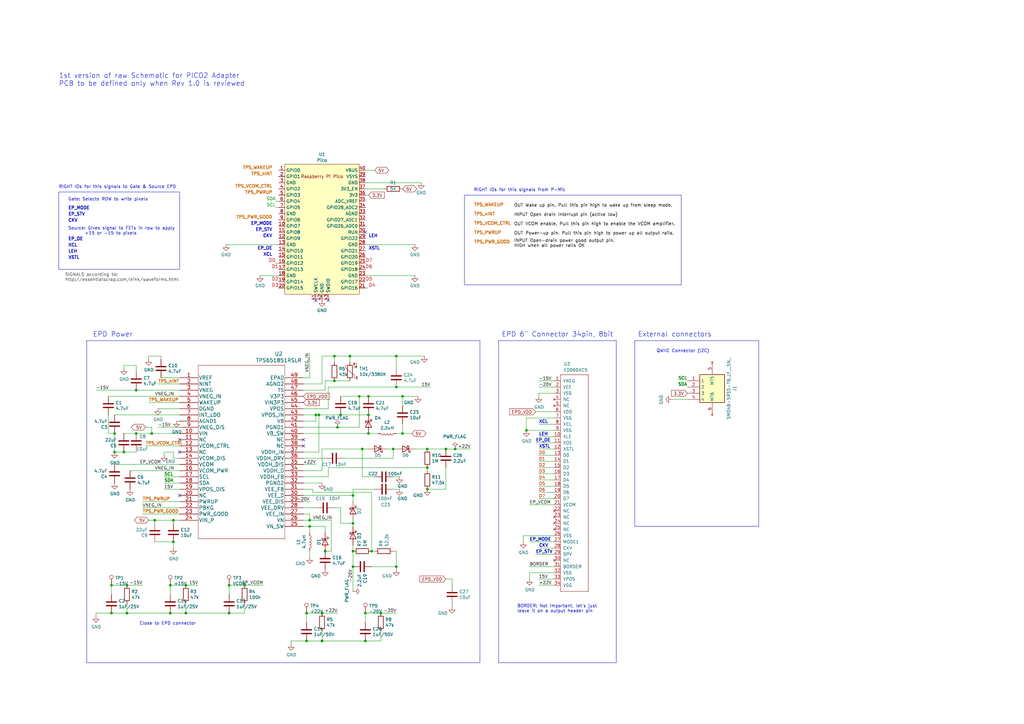
<source format=kicad_sch>
(kicad_sch (version 20230121) (generator eeschema)
  (paper "A3")
  (title_block (title "ALPHA Pico HAT board to test EINK signals") (date "2024-08-18") (rev "1.0") (company "FASANI CORP.") (comment 1 "an EINK panel (6\" & 9.7\") and test the signals+voltages") (comment 2 "This board aims to be a test-board to connect"))
  (junction (at 186.69 184.15))
  (junction (at 143.51 146.05))
  (junction (at 76.2 240.03))
  (junction (at 125.73 251.46))
  (junction (at 149.86 251.46))
  (junction (at 156.21 251.46))
  (junction (at 149.86 262.89))
  (junction (at 165.1 162.56))
  (junction (at 162.56 158.75))
  (junction (at 46.99 185.42))
  (junction (at 132.08 262.89))
  (junction (at 69.85 240.03))
  (junction (at 45.72 240.03))
  (junction (at 52.07 251.46))
  (junction (at 125.73 262.89))
  (junction (at 148.59 184.15))
  (junction (at 175.26 191.77))
  (junction (at 46.99 177.8))
  (junction (at 144.78 203.2))
  (junction (at 138.43 175.26))
  (junction (at 137.16 156.21))
  (junction (at 100.33 240.03))
  (junction (at 175.26 200.66))
  (junction (at 175.26 184.15))
  (junction (at 133.35 226.06))
  (junction (at 71.12 222.25))
  (junction (at 137.16 146.05))
  (junction (at 62.23 177.8))
  (junction (at 76.2 251.46))
  (junction (at 63.5 213.36))
  (junction (at 127 213.36))
  (junction (at 93.98 251.46))
  (junction (at 71.12 213.36))
  (junction (at 152.4 226.06))
  (junction (at 55.88 177.8))
  (junction (at 144.78 214.63))
  (junction (at 52.07 240.03))
  (junction (at 162.56 232.41))
  (junction (at 147.32 162.56))
  (junction (at 151.13 170.18))
  (junction (at 151.13 162.56))
  (junction (at 165.1 177.8))
  (junction (at 182.88 184.15))
  (junction (at 161.29 184.15))
  (junction (at 93.98 240.03))
  (junction (at 69.85 251.46))
  (junction (at 129.54 170.18))
  (junction (at 55.88 160.02))
  (junction (at 127 215.9))
  (junction (at 144.78 232.41))
  (junction (at 151.13 177.8))
  (junction (at 162.56 146.05))
  (junction (at 50.8 185.42))
  (junction (at 130.81 170.18))
  (junction (at 144.78 226.06))
  (junction (at 139.7 170.18))
  (junction (at 132.08 251.46))
  (junction (at 45.72 251.46))
  (junction (at 215.9 176.53))
  (no_connect (at 73.66 203.2))
  (no_connect (at 73.66 185.42))
  (no_connect (at 129.54 123.19))
  (no_connect (at 134.62 123.19))
  (no_connect (at 73.66 180.34))
  (no_connect (at 124.46 180.34))
  (no_connect (at 124.46 182.88))
  (no_connect (at 149.86 95.25))
  (wire (pts (xy 127 228.6) (xy 127 226.06)))
  (wire (pts (xy 113.03 82.55) (xy 114.3 82.55)))
  (wire (pts (xy 128.27 200.66) (xy 124.46 200.66)))
  (wire (pts (xy 52.07 247.65) (xy 52.07 251.46)))
  (wire (pts (xy 66.04 146.05) (xy 60.96 146.05)))
  (wire (pts (xy 107.95 240.03) (xy 100.33 240.03)))
  (polyline (pts (xy 204.47 139.7) (xy 204.47 271.78)))
  (wire (pts (xy 144.78 200.66) (xy 153.67 200.66)))
  (wire (pts (xy 175.26 184.15) (xy 182.88 184.15)))
  (wire (pts (xy 76.2 251.46) (xy 69.85 251.46)))
  (wire (pts (xy 128.27 201.93) (xy 128.27 200.66)))
  (wire (pts (xy 144.78 232.41) (xy 144.78 242.57)))
  (wire (pts (xy 106.68 113.03) (xy 114.3 113.03)))
  (wire (pts (xy 71.12 224.79) (xy 71.12 222.25)))
  (wire (pts (xy 58.42 205.74) (xy 73.66 205.74)))
  (wire (pts (xy 130.81 185.42) (xy 124.46 185.42)))
  (wire (pts (xy 162.56 177.8) (xy 165.1 177.8)))
  (wire (pts (xy 170.18 113.03) (xy 149.86 113.03)))
  (wire (pts (xy 50.8 185.42) (xy 46.99 185.42)))
  (wire (pts (xy 71.12 187.96) (xy 71.12 185.42)))
  (wire (pts (xy 127 213.36) (xy 124.46 213.36)))
  (wire (pts (xy 165.1 162.56) (xy 171.45 162.56)))
  (wire (pts (xy 67.31 185.42) (xy 67.31 186.69)))
  (wire (pts (xy 220.98 189.23) (xy 227.33 189.23)))
  (wire (pts (xy 73.66 187.96) (xy 71.12 187.96)))
  (wire (pts (xy 134.62 191.77) (xy 175.26 191.77)))
  (wire (pts (xy 60.96 146.05) (xy 60.96 147.32)))
  (wire (pts (xy 132.08 157.48) (xy 132.08 146.05)))
  (wire (pts (xy 127 213.36) (xy 127 210.82)))
  (wire (pts (xy 58.42 210.82) (xy 73.66 210.82)))
  (wire (pts (xy 144.78 226.06) (xy 144.78 232.41)))
  (wire (pts (xy 53.34 193.04) (xy 73.66 193.04)))
  (wire (pts (xy 151.13 162.56) (xy 165.1 162.56)))
  (wire (pts (xy 50.8 149.86) (xy 50.8 151.13)))
  (wire (pts (xy 217.17 207.01) (xy 227.33 207.01)))
  (wire (pts (xy 152.4 201.93) (xy 128.27 201.93)))
  (wire (pts (xy 227.33 156.21) (xy 220.98 156.21)))
  (wire (pts (xy 125.73 255.27) (xy 125.73 251.46)))
  (wire (pts (xy 134.62 158.75) (xy 162.56 158.75)))
  (wire (pts (xy 124.46 195.58) (xy 134.62 195.58)))
  (wire (pts (xy 220.98 240.03) (xy 227.33 240.03)))
  (wire (pts (xy 73.66 200.66) (xy 67.31 200.66)))
  (wire (pts (xy 73.66 182.88) (xy 59.69 182.88)))
  (wire (pts (xy 129.54 170.18) (xy 130.81 170.18)))
  (wire (pts (xy 124.46 157.48) (xy 132.08 157.48)))
  (wire (pts (xy 134.62 158.75) (xy 134.62 167.64)))
  (wire (pts (xy 170.18 184.15) (xy 175.26 184.15)))
  (wire (pts (xy 220.98 201.93) (xy 227.33 201.93)))
  (wire (pts (xy 156.21 262.89) (xy 156.21 259.08)))
  (wire (pts (xy 76.2 247.65) (xy 76.2 251.46)))
  (wire (pts (xy 93.98 251.46) (xy 76.2 251.46)))
  (wire (pts (xy 45.72 243.84) (xy 45.72 240.03)))
  (wire (pts (xy 214.63 219.71) (xy 214.63 222.25)))
  (wire (pts (xy 158.75 184.15) (xy 161.29 184.15)))
  (wire (pts (xy 147.32 162.56) (xy 139.7 162.56)))
  (wire (pts (xy 63.5 213.36) (xy 71.12 213.36)))
  (wire (pts (xy 161.29 200.66) (xy 163.83 200.66)))
  (wire (pts (xy 215.9 171.45) (xy 227.33 171.45)))
  (wire (pts (xy 134.62 195.58) (xy 134.62 191.77)))
  (wire (pts (xy 132.08 262.89) (xy 149.86 262.89)))
  (wire (pts (xy 152.4 232.41) (xy 162.56 232.41)))
  (wire (pts (xy 186.69 184.15) (xy 193.04 184.15)))
  (wire (pts (xy 165.1 166.37) (xy 165.1 162.56)))
  (wire (pts (xy 124.46 172.72) (xy 129.54 172.72)))
  (wire (pts (xy 140.97 187.96) (xy 161.29 187.96)))
  (wire (pts (xy 133.35 160.02) (xy 133.35 156.21)))
  (wire (pts (xy 148.59 184.15) (xy 151.13 184.15)))
  (wire (pts (xy 162.56 226.06) (xy 162.56 232.41)))
  (wire (pts (xy 124.46 203.2) (xy 144.78 203.2)))
  (wire (pts (xy 55.88 152.4) (xy 55.88 149.86)))
  (wire (pts (xy 71.12 213.36) (xy 71.12 214.63)))
  (wire (pts (xy 132.08 193.04) (xy 124.46 193.04)))
  (wire (pts (xy 55.88 185.42) (xy 50.8 185.42)))
  (wire (pts (xy 44.45 162.56) (xy 73.66 162.56)))
  (wire (pts (xy 138.43 175.26) (xy 147.32 175.26)))
  (wire (pts (xy 220.98 194.31) (xy 227.33 194.31)))
  (wire (pts (xy 63.5 222.25) (xy 71.12 222.25)))
  (wire (pts (xy 147.32 175.26) (xy 147.32 162.56)))
  (wire (pts (xy 162.56 146.05) (xy 173.99 146.05)))
  (wire (pts (xy 129.54 208.28) (xy 124.46 208.28)))
  (wire (pts (xy 64.77 157.48) (xy 73.66 157.48)))
  (wire (pts (xy 125.73 262.89) (xy 119.38 262.89)))
  (wire (pts (xy 124.46 205.74) (xy 127 205.74)))
  (wire (pts (xy 185.42 248.92) (xy 185.42 247.65)))
  (wire (pts (xy 45.72 251.46) (xy 39.37 251.46)))
  (wire (pts (xy 124.46 167.64) (xy 134.62 167.64)))
  (wire (pts (xy 149.86 262.89) (xy 156.21 262.89)))
  (wire (pts (xy 149.86 251.46) (xy 156.21 251.46)))
  (wire (pts (xy 220.98 158.75) (xy 227.33 158.75)))
  (wire (pts (xy 165.1 177.8) (xy 168.91 177.8)))
  (wire (pts (xy 137.16 146.05) (xy 143.51 146.05)))
  (wire (pts (xy 62.23 177.8) (xy 73.66 177.8)))
  (wire (pts (xy 69.85 240.03) (xy 76.2 240.03)))
  (wire (pts (xy 55.88 177.8) (xy 50.8 177.8)))
  (wire (pts (xy 58.42 208.28) (xy 73.66 208.28)))
  (wire (pts (xy 148.59 184.15) (xy 148.59 195.58)))
  (wire (pts (xy 139.7 214.63) (xy 144.78 214.63)))
  (wire (pts (xy 219.71 227.33) (xy 227.33 227.33)))
  (wire (pts (xy 149.86 255.27) (xy 149.86 251.46)))
  (wire (pts (xy 127 154.94) (xy 124.46 154.94)))
  (wire (pts (xy 44.45 177.8) (xy 46.99 177.8)))
  (wire (pts (xy 219.71 168.91) (xy 227.33 168.91)))
  (polyline (pts (xy 196.85 271.78) (xy 196.85 139.7)))
  (wire (pts (xy 147.32 162.56) (xy 151.13 162.56)))
  (wire (pts (xy 182.88 237.49) (xy 185.42 237.49)))
  (wire (pts (xy 185.42 237.49) (xy 185.42 240.03)))
  (wire (pts (xy 124.46 170.18) (xy 129.54 170.18)))
  (wire (pts (xy 175.26 191.77) (xy 175.26 193.04)))
  (wire (pts (xy 144.78 213.36) (xy 144.78 214.63)))
  (wire (pts (xy 132.08 146.05) (xy 137.16 146.05)))
  (wire (pts (xy 132.08 198.12) (xy 124.46 198.12)))
  (wire (pts (xy 227.33 161.29) (xy 220.98 161.29)))
  (wire (pts (xy 135.89 226.06) (xy 135.89 213.36)))
  (wire (pts (xy 130.81 170.18) (xy 130.81 185.42)))
  (wire (pts (xy 46.99 190.5) (xy 73.66 190.5)))
  (wire (pts (xy 175.26 200.66) (xy 182.88 200.66)))
  (wire (pts (xy 127 210.82) (xy 124.46 210.82)))
  (wire (pts (xy 124.46 177.8) (xy 151.13 177.8)))
  (wire (pts (xy 73.66 172.72) (xy 72.39 172.72)))
  (wire (pts (xy 161.29 226.06) (xy 162.56 226.06)))
  (wire (pts (xy 139.7 208.28) (xy 139.7 214.63)))
  (wire (pts (xy 165.1 173.99) (xy 165.1 177.8)))
  (polyline (pts (xy 252.73 271.78) (xy 204.47 271.78)))
  (wire (pts (xy 217.17 234.95) (xy 217.17 237.49)))
  (wire (pts (xy 151.13 80.01) (xy 149.86 80.01)))
  (polyline (pts (xy 204.47 139.7) (xy 252.73 139.7)))
  (wire (pts (xy 161.29 187.96) (xy 161.29 184.15)))
  (wire (pts (xy 161.29 184.15) (xy 162.56 184.15)))
  (wire (pts (xy 125.73 262.89) (xy 132.08 262.89)))
  (wire (pts (xy 220.98 199.39) (xy 227.33 199.39)))
  (wire (pts (xy 73.66 160.02) (xy 55.88 160.02)))
  (wire (pts (xy 172.72 74.93) (xy 149.86 74.93)))
  (wire (pts (xy 73.66 213.36) (xy 71.12 213.36)))
  (wire (pts (xy 275.59 163.83) (xy 281.94 163.83)))
  (polyline (pts (xy 252.73 139.7) (xy 252.73 271.78)))
  (wire (pts (xy 124.46 187.96) (xy 133.35 187.96)))
  (wire (pts (xy 220.98 191.77) (xy 227.33 191.77)))
  (wire (pts (xy 129.54 172.72) (xy 129.54 170.18)))
  (wire (pts (xy 52.07 251.46) (xy 45.72 251.46)))
  (wire (pts (xy 152.4 226.06) (xy 152.4 201.93)))
  (wire (pts (xy 124.46 215.9) (xy 127 215.9)))
  (wire (pts (xy 39.37 160.02) (xy 55.88 160.02)))
  (wire (pts (xy 157.48 77.47) (xy 149.86 77.47)))
  (wire (pts (xy 170.18 100.33) (xy 149.86 100.33)))
  (wire (pts (xy 139.7 170.18) (xy 151.13 170.18)))
  (wire (pts (xy 227.33 219.71) (xy 214.63 219.71)))
  (wire (pts (xy 73.66 165.1) (xy 60.96 165.1)))
  (wire (pts (xy 113.03 107.95) (xy 114.3 107.95)))
  (wire (pts (xy 124.46 160.02) (xy 133.35 160.02)))
  (wire (pts (xy 133.35 226.06) (xy 135.89 226.06)))
  (wire (pts (xy 182.88 184.15) (xy 186.69 184.15)))
  (wire (pts (xy 63.5 213.36) (xy 63.5 214.63)))
  (wire (pts (xy 129.54 190.5) (xy 124.46 190.5)))
  (wire (pts (xy 137.16 208.28) (xy 139.7 208.28)))
  (wire (pts (xy 220.98 237.49) (xy 227.33 237.49)))
  (wire (pts (xy 132.08 184.15) (xy 148.59 184.15)))
  (wire (pts (xy 220.98 161.29) (xy 220.98 162.56)))
  (wire (pts (xy 132.08 251.46) (xy 138.43 251.46)))
  (wire (pts (xy 162.56 232.41) (xy 162.56 233.68)))
  (wire (pts (xy 130.81 170.18) (xy 139.7 170.18)))
  (wire (pts (xy 227.33 234.95) (xy 217.17 234.95)))
  (wire (pts (xy 144.78 223.52) (xy 144.78 226.06)))
  (polyline (pts (xy 35.56 139.7) (xy 196.85 139.7)))
  (wire (pts (xy 217.17 222.25) (xy 227.33 222.25)))
  (wire (pts (xy 137.16 148.59) (xy 137.16 146.05)))
  (wire (pts (xy 151.13 177.8) (xy 154.94 177.8)))
  (wire (pts (xy 46.99 170.18) (xy 73.66 170.18)))
  (wire (pts (xy 133.35 156.21) (xy 137.16 156.21)))
  (wire (pts (xy 132.08 184.15) (xy 132.08 193.04)))
  (wire (pts (xy 143.51 148.59) (xy 143.51 146.05)))
  (wire (pts (xy 73.66 167.64) (xy 64.77 167.64)))
  (wire (pts (xy 76.2 240.03) (xy 81.28 240.03)))
  (wire (pts (xy 162.56 151.13) (xy 162.56 146.05)))
  (wire (pts (xy 125.73 251.46) (xy 132.08 251.46)))
  (wire (pts (xy 161.29 195.58) (xy 163.83 195.58)))
  (wire (pts (xy 182.88 200.66) (xy 182.88 191.77)))
  (wire (pts (xy 144.78 203.2) (xy 144.78 200.66)))
  (wire (pts (xy 59.69 175.26) (xy 62.23 175.26)))
  (wire (pts (xy 100.33 251.46) (xy 93.98 251.46)))
  (wire (pts (xy 124.46 175.26) (xy 138.43 175.26)))
  (wire (pts (xy 93.98 240.03) (xy 93.98 243.84)))
  (wire (pts (xy 73.66 198.12) (xy 67.31 198.12)))
  (wire (pts (xy 100.33 247.65) (xy 100.33 251.46)))
  (wire (pts (xy 220.98 173.99) (xy 227.33 173.99)))
  (wire (pts (xy 39.37 251.46) (xy 39.37 252.73)))
  (wire (pts (xy 220.98 186.69) (xy 227.33 186.69)))
  (wire (pts (xy 151.13 118.11) (xy 149.86 118.11)))
  (wire (pts (xy 92.71 100.33) (xy 114.3 100.33)))
  (wire (pts (xy 220.98 224.79) (xy 227.33 224.79)))
  (wire (pts (xy 144.78 203.2) (xy 144.78 205.74)))
  (wire (pts (xy 215.9 176.53) (xy 215.9 171.45)))
  (wire (pts (xy 127 154.94) (xy 127 144.78)))
  (wire (pts (xy 220.98 196.85) (xy 227.33 196.85)))
  (wire (pts (xy 220.98 184.15) (xy 227.33 184.15)))
  (wire (pts (xy 133.35 215.9) (xy 133.35 218.44)))
  (wire (pts (xy 217.17 232.41) (xy 227.33 232.41)))
  (wire (pts (xy 119.38 262.89) (xy 119.38 264.16)))
  (wire (pts (xy 220.98 204.47) (xy 227.33 204.47)))
  (wire (pts (xy 148.59 195.58) (xy 153.67 195.58)))
  (wire (pts (xy 100.33 240.03) (xy 93.98 240.03)))
  (wire (pts (xy 44.45 170.18) (xy 44.45 177.8)))
  (wire (pts (xy 46.99 185.42) (xy 46.99 177.8)))
  (wire (pts (xy 55.88 149.86) (xy 50.8 149.86)))
  (wire (pts (xy 60.96 213.36) (xy 63.5 213.36)))
  (wire (pts (xy 73.66 175.26) (xy 64.77 175.26)))
  (wire (pts (xy 113.03 85.09) (xy 114.3 85.09)))
  (wire (pts (xy 73.66 154.94) (xy 66.04 154.94)))
  (wire (pts (xy 220.98 179.07) (xy 227.33 179.07)))
  (wire (pts (xy 66.04 147.32) (xy 66.04 146.05)))
  (wire (pts (xy 219.71 181.61) (xy 227.33 181.61)))
  (wire (pts (xy 143.51 146.05) (xy 162.56 146.05)))
  (wire (pts (xy 215.9 176.53) (xy 227.33 176.53)))
  (wire (pts (xy 62.23 175.26) (xy 62.23 177.8)))
  (wire (pts (xy 144.78 214.63) (xy 144.78 215.9)))
  (polyline (pts (xy 35.56 139.7) (xy 35.56 271.78)))
  (wire (pts (xy 153.67 69.85) (xy 149.86 69.85)))
  (wire (pts (xy 69.85 251.46) (xy 52.07 251.46)))
  (wire (pts (xy 135.89 213.36) (xy 127 213.36)))
  (wire (pts (xy 52.07 240.03) (xy 58.42 240.03)))
  (wire (pts (xy 132.08 259.08) (xy 132.08 262.89)))
  (wire (pts (xy 69.85 243.84) (xy 69.85 240.03)))
  (wire (pts (xy 127 215.9) (xy 127 218.44)))
  (wire (pts (xy 45.72 240.03) (xy 52.07 240.03)))
  (wire (pts (xy 162.56 158.75) (xy 176.53 158.75)))
  (wire (pts (xy 127 215.9) (xy 133.35 215.9)))
  (wire (pts (xy 55.88 177.8) (xy 62.23 177.8)))
  (wire (pts (xy 67.31 195.58) (xy 73.66 195.58)))
  (wire (pts (xy 162.56 251.46) (xy 156.21 251.46)))
  (wire (pts (xy 137.16 156.21) (xy 143.51 156.21)))
  (wire (pts (xy 71.12 185.42) (xy 67.31 185.42)))
  (wire (pts (xy 152.4 226.06) (xy 153.67 226.06)))
  (polyline (pts (xy 35.56 271.78) (xy 196.85 271.78)))
  (rectangle (start 260.35 139.7) (end 311.15 215.9))
  (rectangle (start 190.5 80.01) (end 279.4 116.84))
  (rectangle (start 24.13 78.74) (end 73.66 110.49))
  (text "BORDER: Not important, let's just\nleave it on a output header pin" (at 212.09 251.46 0) (effects (font (size 1.27 1.27)) (justify left bottom)))
  (text "Gate: Selects ROW to write pixels" (at 27.94 82.55 0) (effects (font (size 1.27 1.27)) (justify left bottom)))
  (text "EPD 6\" Connector 34pin, 8bit" (at 205.74 138.43 0) (effects (font (size 2 2)) (justify left bottom)))
  (text "INPUT Open drain interrupt pin (active low)" (at 210.82 88.9 0) (effects (font (size 1.27 1.27)) (justify left bottom)))
  (text "SIGNALS according to:\nhttp://essentialscrap.com/eink/waveforms.html" (at 26.67 115.57 0) (effects (font (size 1.27 1.27)) (justify left bottom)))
  (text "Source: Gives signal to FETs in row to apply\n       +15 or -15 to pixels" (at 27.94 96.52 0) (effects (font (size 1.27 1.27)) (justify left bottom)))
  (text "RIGHT IOs for this signals to Gate & Source EPD" (at 24.13 77.47 0) (effects (font (size 1.27 1.27)) (justify left bottom)))
  (text "INPUT Open-drain power good output pin.\nHIGH when all power rails OK" (at 210.82 101.6 0) (effects (font (size 1.27 1.27)) (justify left bottom)))
  (text "OUT VCOM enable. Pull this pin high to enable the VCOM amplifier." (at 210.82 92.71 0) (effects (font (size 1.27 1.27)) (justify left bottom)))
  (text "EPD Power" (at 38.1 138.43 0) (effects (font (size 2 2)) (justify left bottom)))
  (text "QWIIC Connector (I2C)" (at 269.24 144.78 0) (effects (font (size 1.27 1.27)) (justify left bottom)))
  (text "Close to EPD connector" (at 57.15 256.54 0) (effects (font (size 1.27 1.27)) (justify left bottom)))
  (text "RIGHT IOs for this signals from P-Mic" (at 194.31 78.74 0) (effects (font (size 1.27 1.27)) (justify left bottom)))
  (text "OUT Wake up pin. Pull this pin high to wake up from sleep mode. " (at 210.82 85.09 0) (effects (font (size 1.27 1.27)) (justify left bottom)))
  (text "1st version of raw Schematic for PICO2 Adapter\nPCB to be defined only when Rev 1.0 is reviewed" (at 24.13 35.56 0) (effects (font (size 2 2)) (justify left bottom)))
  (text "External connectors" (at 261.62 138.43 0) (effects (font (size 2 2)) (justify left bottom)))
  (text "OUT Power-up pin. Pull this pin high to power up all output rails." (at 210.82 96.52 0) (effects (font (size 1.27 1.27)) (justify left bottom)))
  (label "TPS_WAKEUP" (at 194.31 85.09 0) (effects (font (thickness 0.254) bold)))
  (label "D0" (at 220.98 186.69 0))
  (label "TPS_VCOM_CTRL" (at 194.31 92.71 0) (effects (font (thickness 0.254) bold)))
  (label "EP_STV" (at 111.76 95.25 180) (effects (font (thickness 0.254) bold)))
  (label "D6" (at 149.86 110.49 0) (effects (font (size 1.4 1.4))))
  (label "D6" (at 220.98 201.93 0))
  (label "-15V" (at 58.42 240.03 180))
  (label "TPS_VCOM_CTRL" (at 111.76 77.47 180) (effects (font (thickness 0.254) bold)))
  (label "SCL" (at 281.94 156.21 180) (effects (font (thickness 0.254) bold)))
  (label "TPS_nINT" (at 194.31 88.9 0) (effects (font (thickness 0.254) bold)))
  (label "LEH" (at 220.98 179.07 0) (effects (font (thickness 0.254) bold)))
  (label "D2" (at 220.98 191.77 0))
  (label "15V" (at 67.31 200.66 0))
  (label "BORDER" (at 217.17 232.41 0))
  (label "EP_VCOM" (at 107.95 240.03 180))
  (label "15V" (at 176.53 158.75 180))
  (label "D1" (at 220.98 189.23 0))
  (label "D4" (at 220.98 196.85 0))
  (label "EP_STV" (at 27.94 88.9 0) (effects (font (thickness 0.254) bold)))
  (label "EP_VCOM" (at 66.04 190.5 180))
  (label "EP_MODE" (at 27.94 86.36 0) (effects (font (thickness 0.254) bold)))
  (label "+22V" (at 193.04 184.15 180))
  (label "+22V" (at 138.43 251.46 180))
  (label "SDA" (at 113.03 82.55 180))
  (label "VNEG_IN" (at 63.5 162.56 0))
  (label "D1" (at 114.3 110.49 180) (effects (font (size 1.4 1.4))))
  (label "XCL" (at 111.76 105.41 180) (effects (font (thickness 0.254) bold)))
  (label "-20V" (at 162.56 251.46 180))
  (label "TPS_PWR_GOOD" (at 111.76 90.17 180) (effects (font (thickness 0.254) bold)))
  (label "CKV" (at 220.98 224.79 0) (effects (font (thickness 0.254) bold)))
  (label "D7" (at 220.98 204.47 0))
  (label "15V" (at 220.98 237.49 0))
  (label "XCL" (at 27.94 101.6 0) (effects (font (thickness 0.254) bold)))
  (label "-15V" (at 220.98 156.21 0))
  (label "CKV" (at 27.94 91.44 0) (effects (font (thickness 0.254) bold)))
  (label "TPS_nINT" (at 64.77 157.48 0) (effects (font (thickness 0.254) bold)))
  (label "-20V" (at 144.78 238.76 90))
  (label "EP_MODE" (at 111.76 92.71 180) (effects (font (thickness 0.254) bold)))
  (label "VNEG_IN" (at 58.42 208.28 0))
  (label "CKV" (at 111.76 97.79 180) (effects (font (thickness 0.254) bold)))
  (label "D4" (at 151.13 118.11 0) (effects (font (size 1.4 1.4))))
  (label "SDA" (at 281.94 158.75 180) (effects (font (thickness 0.254) bold)))
  (label "EP_OE" (at 219.71 181.61 0) (effects (font (thickness 0.254) bold)))
  (label "TPS_WAKEUP" (at 111.76 69.85 180) (effects (font (thickness 0.254) bold)))
  (label "TPS_PWRUP" (at 58.42 205.74 0) (effects (font (thickness 0.254) bold)))
  (label "D0" (at 113.03 107.95 180) (effects (font (size 1.4 1.4))))
  (label "VNEG_IN" (at 63.5 193.04 0))
  (label "TPS_PWR_GOOD" (at 194.31 100.33 0) (effects (font (thickness 0.254) bold)))
  (label "XSTL" (at 27.94 106.68 0) (effects (font (thickness 0.254) bold)))
  (label "TPS_WAKEUP" (at 60.96 165.1 0) (effects (font (thickness 0.254) bold)))
  (label "EP_OE" (at 27.94 99.06 0) (effects (font (thickness 0.254) bold)))
  (label "XSTL" (at 220.98 184.15 0) (effects (font (thickness 0.254) bold)))
  (label "XCL" (at 220.98 173.99 0) (effects (font (thickness 0.254) bold)))
  (label "XSTL" (at 151.13 102.87 0) (effects (font (thickness 0.254) bold)))
  (label "+22V" (at 129.54 190.5 180))
  (label "TPS_VCOM_CTRL" (at 59.69 182.88 0) (effects (font (thickness 0.254) bold)))
  (label "D5" (at 149.86 115.57 0) (effects (font (size 1.4 1.4))))
  (label "LEH" (at 27.94 104.14 0) (effects (font (thickness 0.254) bold)))
  (label "D3" (at 114.3 118.11 180) (effects (font (size 1.4 1.4))))
  (label "LEH" (at 151.13 97.79 0) (effects (font (thickness 0.254) bold)))
  (label "TPS_PWRUP" (at 194.31 96.52 0) (effects (font (thickness 0.254) bold)))
  (label "D2" (at 114.3 115.57 180) (effects (font (size 1.4 1.4))))
  (label "VNEG_IN" (at 127 144.78 270))
  (label "VNEG_IN" (at 128.27 213.36 0))
  (label "TPS_PWR_GOOD" (at 58.42 210.82 0) (effects (font (thickness 0.254) bold)))
  (label "EP_STV" (at 219.71 227.33 0) (effects (font (thickness 0.254) bold)))
  (label "SCL" (at 67.31 195.58 0) (effects (font (thickness 0.254) bold)))
  (label "D7" (at 149.86 107.95 0) (effects (font (size 1.4 1.4))))
  (label "D3" (at 220.98 194.31 0))
  (label "SDA" (at 67.31 198.12 0) (effects (font (thickness 0.254) bold)))
  (label "-15V" (at 39.37 160.02 0))
  (label "EP_MODE" (at 217.17 222.25 0) (effects (font (thickness 0.254) bold)))
  (label "SCL" (at 113.03 85.09 180))
  (label "-20V" (at 220.98 158.75 0))
  (label "15V" (at 81.28 240.03 180))
  (label "-20V" (at 127 205.74 180))
  (label "EP_VCOM" (at 217.17 207.01 0))
  (label "+22V" (at 220.98 240.03 0))
  (label "TPS_PWRUP" (at 111.76 80.01 180) (effects (font (thickness 0.254) bold)))
  (label "D5" (at 220.98 199.39 0))
  (label "TPS_nINT" (at 111.76 72.39 180) (effects (font (thickness 0.254) bold)))
  (label "-15V" (at 64.77 175.26 0))
  (label "EP_OE" (at 111.76 102.87 180) (effects (font (thickness 0.254) bold)))
  (global_label "5V" (shape bidirectional) (at 60.96 213.36 180) (property "Intersheetrefs" "${INTERSHEET_REFS}" (effects hide)))
  (global_label "3.3V" (shape input) (at 124.46 165.1 0) (property "Intersheetrefs" "${INTERSHEET_REFS}" (effects hide)) (property "Referenzen zwischen Schaltplänen" "${INTERSHEET_REFS}" (effects hide)))
  (global_label "EPD_VDD" (shape input) (at 182.88 237.49 180) (property "Intersheetrefs" "${INTERSHEET_REFS}" (effects hide)) (property "Referenzen zwischen Schaltplänen" "${INTERSHEET_REFS}" (effects hide)))
  (global_label "5V" (shape bidirectional) (at 153.67 69.85 0) (property "Intersheetrefs" "${INTERSHEET_REFS}" (effects hide)))
  (global_label "5V" (shape bidirectional) (at 59.69 175.26 180) (property "Intersheetrefs" "${INTERSHEET_REFS}" (effects hide)))
  (global_label "EPD_VDD" (shape input) (at 124.46 162.56 0) (property "Intersheetrefs" "${INTERSHEET_REFS}" (effects hide)) (property "Referenzen zwischen Schaltplänen" "${INTERSHEET_REFS}" (effects hide)))
  (global_label "5V" (shape bidirectional) (at 165.1 77.47 0) (property "Intersheetrefs" "${INTERSHEET_REFS}" (effects hide)))
  (global_label "5V" (shape bidirectional) (at 168.91 177.8 0) (property "Intersheetrefs" "${INTERSHEET_REFS}" (effects hide)))
  (global_label "3.3V" (shape input) (at 281.94 161.29 180) (property "Intersheetrefs" "${INTERSHEET_REFS}" (effects hide)) (property "Referenzen zwischen Schaltplänen" "${INTERSHEET_REFS}" (effects hide)))
  (global_label "3.3V" (shape input) (at 151.13 80.01 0) (property "Intersheetrefs" "${INTERSHEET_REFS}" (effects hide)) (property "Referenzen zwischen Schaltplänen" "${INTERSHEET_REFS}" (effects hide)))
  (global_label "EPD_VDD" (shape input) (at 219.71 168.91 180) (property "Intersheetrefs" "${INTERSHEET_REFS}" (effects hide)) (property "Referenzen zwischen Schaltplänen" "${INTERSHEET_REFS}" (effects hide)))
  (symbol (lib_id "Device:C") (at 46.99 194.31 180) (unit 1)
    (property "Reference" "C4" (at 44.069 195.4784 0) (effects (justify left)))
    (property "Value" "4.7uF" (at 44.069 193.167 0) (effects (justify left)))
    (property "Footprint" "Capacitor_SMD:C_0805_2012Metric" (effects hide))
    (property "LCSC" "C1779" (effects hide))
  )
  (symbol (lib_id "Device:C") (at 162.56 154.94 0) (unit 1)
    (property "Reference" "C24" (at 165.481 153.7716 0) (effects (justify left)))
    (property "Value" "4.7uF" (at 165.481 156.083 0) (effects (justify left)))
    (property "Footprint" "Capacitor_SMD:C_0805_2012Metric" (effects hide))
    (property "LCSC" "C1779" (effects hide))
  )
  (symbol (lib_id "power:GND") (at 119.38 264.16 0) (unit 1)
    (property "Reference" "#PWR014" (effects hide))
    (property "Value" "GND" (at 119.507 268.5542 0))
  )
  (symbol (lib_id "power:GND") (at 220.98 162.56 0) (unit 1)
    (property "Reference" "#PWR028" (effects hide))
    (property "Value" "GND" (at 221.107 166.9542 0))
  )
  (symbol (lib_id "power:GND") (at 72.39 172.72 0) (unit 1)
    (property "Reference" "#PWR013" (effects hide))
    (property "Value" "GND" (at 72.517 177.1142 0))
  )
  (symbol (lib_id "power:GND") (at 50.8 151.13 0) (unit 1)
    (property "Reference" "#PWR07" (effects hide))
    (property "Value" "GND" (at 50.927 155.5242 0))
  )
  (symbol (lib_id "Diode:MBR0540") (at 144.78 209.55 270) (unit 1)
    (property "Reference" "D2" (at 147.32 209.55 0))
    (property "Value" "MBR0540" (effects hide))
    (property "Footprint" "Diode_SMD:D_SOD-123" (effects hide))
    (property "Datasheet" "http://www.mccsemi.com/up_pdf/MBR0520~MBR0580(SOD123).pdf" (effects hide))
    (property "LCSC" "C21353" (effects hide))
  )
  (symbol (lib_id "Device:R") (at 137.16 152.4 0) (unit 1)
    (property "Reference" "R6" (at 138.938 151.2316 0) (effects (justify left)))
    (property "Value" "43k" (at 138.938 153.543 0) (effects (justify left)))
    (property "Footprint" "Resistor_SMD:R_0603_1608Metric" (effects hide))
    (property "LCSC" "C23172" (effects hide))
  )
  (symbol (lib_id "Device:R") (at 52.07 243.84 0) (unit 1)
    (property "Reference" "R2" (at 53.848 242.6716 0) (effects (justify left)))
    (property "Value" "47k" (at 53.848 244.983 0) (effects (justify left)))
    (property "Footprint" "Resistor_SMD:R_0603_1608Metric" (effects hide))
    (property "LCSC" "C25819" (effects hide))
  )
  (symbol (lib_id "Device:C") (at 157.48 195.58 270) (unit 1)
    (property "Reference" "C22" (at 154.94 194.31 90) (effects (justify right)))
    (property "Value" "100nF" (at 165.1 194.31 90) (effects (justify right)))
    (property "Footprint" "Capacitor_SMD:C_0805_2012Metric" (effects hide))
    (property "LCSC" "C49678" (effects hide))
  )
  (symbol (lib_id "Device:C") (at 157.48 200.66 90) (unit 1)
    (property "Reference" "C23" (at 156.21 207.01 90) (effects (justify right)))
    (property "Value" "100nF" (at 154.94 204.47 90) (effects (justify right)))
    (property "Footprint" "Capacitor_SMD:C_0805_2012Metric" (effects hide))
    (property "LCSC" "C49678" (effects hide))
  )
  (symbol (lib_id "Device:R") (at 175.26 196.85 0) (unit 1)
    (property "Reference" "R11" (at 177.038 195.6816 0) (effects (justify left)))
    (property "Value" "47.5k" (at 177.038 197.993 0) (effects (justify left)))
    (property "Footprint" "Resistor_SMD:R_0603_1608Metric" (effects hide))
    (property "LCSC" "C25819" (effects hide))
  )
  (symbol (lib_id "Device:L") (at 158.75 177.8 270) (unit 1)
    (property "Reference" "L2" (at 158.75 173.2026 90))
    (property "Value" "2.2uH" (at 158.75 175.514 90))
    (property "Footprint" "Inductor_SMD:L_Taiyo-Yuden_NR-40xx_HandSoldering" (effects hide))
    (property "LCSC" "C92959" (effects hide))
  )
  (symbol (lib_id "Device:C") (at 125.73 259.08 0) (unit 1)
    (property "Reference" "C14" (at 128.651 257.9116 0) (effects (justify left)))
    (property "Value" "1uF/50V" (at 128.651 260.223 0) (effects (justify left)))
    (property "Footprint" "Capacitor_SMD:C_1206_3216Metric" (effects hide))
    (property "LCSC" "C1848" (effects hide))
  )
  (symbol (lib_id "power:GND") (at 214.63 222.25 0) (unit 1)
    (property "Reference" "#PWR025" (effects hide))
    (property "Value" "GND" (at 214.757 226.6442 0))
  )
  (symbol (lib_id "power:GND") (at 132.08 198.12 0) (unit 1)
    (property "Reference" "#PWR016" (effects hide))
    (property "Value" "GND" (at 134.62 200.66 0))
  )
  (symbol (lib_id "Device:C") (at 151.13 166.37 0) (unit 1)
    (property "Reference" "C21" (at 154.051 165.2016 0) (effects (justify left)))
    (property "Value" "4.7uF" (at 154.051 167.513 0) (effects (justify left)))
    (property "Footprint" "Capacitor_SMD:C_0805_2012Metric" (effects hide))
    (property "LCSC" "C1779" (effects hide))
  )
  (symbol (lib_id "power:GND") (at 127 228.6 0) (unit 1)
    (property "Reference" "#PWR015" (effects hide))
    (property "Value" "GND" (at 123.19 231.14 0))
  )
  (symbol (lib_id "Device:C") (at 139.7 166.37 0) (unit 1)
    (property "Reference" "C18" (at 142.621 165.2016 0) (effects (justify left)))
    (property "Value" "4.7uF" (at 142.621 167.513 0) (effects (justify left)))
    (property "Footprint" "Capacitor_SMD:C_0805_2012Metric" (effects hide))
    (property "LCSC" "C1779" (effects hide))
  )
  (symbol (lib_id "Device:C") (at 63.5 218.44 180) (unit 1)
    (property "Reference" "C9" (at 60.579 219.6084 0) (effects (justify left)))
    (property "Value" "22uF" (at 60.579 217.297 0) (effects (justify left)))
    (property "Footprint" "Capacitor_SMD:C_0805_2012Metric" (effects hide))
    (property "LCSC" "C45783" (effects hide))
  )
  (symbol (lib_id "Diode:MBR0540") (at 151.13 173.99 270) (unit 1)
    (property "Reference" "D4" (at 154.94 171.45 90))
    (property "Value" "MBR0540" (effects hide))
    (property "Footprint" "Diode_SMD:D_SOD-123" (effects hide))
    (property "Datasheet" "http://www.mccsemi.com/up_pdf/MBR0520~MBR0580(SOD123).pdf" (effects hide))
    (property "LCSC" "C21353" (effects hide))
  )
  (symbol (lib_id "Device:C") (at 165.1 170.18 0) (unit 1)
    (property "Reference" "C25" (at 168.021 169.0116 0) (effects (justify left)))
    (property "Value" "10uF" (at 168.021 171.323 0) (effects (justify left)))
    (property "Footprint" "Capacitor_SMD:C_0805_2012Metric" (effects hide))
    (property "LCSC" "C15850" (effects hide))
  )
  (symbol (lib_id "Device:R") (at 100.33 243.84 0) (unit 1)
    (property "Reference" "R4" (at 102.108 242.6716 0) (effects (justify left)))
    (property "Value" "100k" (at 102.108 244.983 0) (effects (justify left)))
    (property "Footprint" "Resistor_SMD:R_0603_1608Metric" (effects hide))
    (property "LCSC" "C25803" (effects hide))
  )
  (symbol (lib_id "Device:C") (at 133.35 208.28 270) (unit 1)
    (property "Reference" "C15" (at 133.35 204.47 90) (effects (justify right)))
    (property "Value" "10nF" (at 139.7 204.47 90) (effects (justify right)))
    (property "Footprint" "Capacitor_SMD:C_0805_2012Metric" (effects hide))
    (property "LCSC" "C1710" (effects hide))
  )
  (symbol (lib_id "Device:C") (at 50.8 181.61 180) (unit 1)
    (property "Reference" "C5" (at 47.879 182.7784 0) (effects (justify left)))
    (property "Value" "22uF" (at 47.879 180.467 0) (effects (justify left)))
    (property "Footprint" "Capacitor_SMD:C_0805_2012Metric" (effects hide))
    (property "LCSC" "C45783" (effects hide))
  )
  (symbol (lib_id "pico:Pico") (at 132.08 93.98 0) (unit 1)
    (property "Reference" "U1" (at 132.08 63.2927 0))
    (property "Value" "Pico" (at 132.08 65.7169 0))
    (property "Footprint" "RPi_Pico:RPi_Pico_SMD_TH" (effects hide))
  )
  (symbol (lib_id "power:GND") (at 92.71 100.33 0) (unit 1)
    (property "Reference" "#PWR029" (effects hide))
    (property "Value" "GND" (at 92.71 104.4631 0))
  )
  (symbol (lib_id "Device:C") (at 148.59 232.41 270) (unit 1)
    (property "Reference" "C19" (at 149.7584 235.331 0) (effects (justify left)))
    (property "Value" "2.2uF" (at 147.447 235.331 0) (effects (justify left)))
    (property "Footprint" "Capacitor_SMD:C_0805_2012Metric" (effects hide))
    (property "LCSC" "C49217" (effects hide))
  )
  (symbol (lib_id "Diode:MBR0540") (at 133.35 222.25 270) (unit 1)
    (property "Reference" "D1" (at 130.81 222.25 0))
    (property "Value" "MBR0540" (effects hide))
    (property "Footprint" "Diode_SMD:D_SOD-123" (effects hide))
    (property "Datasheet" "http://www.mccsemi.com/up_pdf/MBR0520~MBR0580(SOD123).pdf" (effects hide))
    (property "LCSC" "C21353" (effects hide))
  )
  (symbol (lib_id "Connector:TestPoint") (at 93.98 240.03 0) (unit 1) (in_bom no)
    (property "Reference" "TP3" (at 95.4532 237.0328 0) (effects (justify left)))
    (property "Value" "VCOM" (at 95.4532 239.3442 0) (effects (justify left)))
    (property "Footprint" "TestPoint:TestPoint_Pad_D2.5mm" (effects hide))
  )
  (symbol (lib_id "power:GND") (at 133.35 233.68 0) (unit 1)
    (property "Reference" "#PWR017" (effects hide))
    (property "Value" "GND" (at 129.54 236.22 0))
  )
  (symbol (lib_id "Device:C") (at 45.72 247.65 0) (unit 1)
    (property "Reference" "C2" (at 48.641 246.4816 0) (effects (justify left)))
    (property "Value" "1uF/25V" (at 48.641 248.793 0) (effects (justify left)))
    (property "Footprint" "Capacitor_SMD:C_0805_2012Metric" (effects hide))
    (property "LCSC" "C28323" (effects hide))
  )
  (symbol (lib_id "Device:C") (at 93.98 247.65 0) (unit 1)
    (property "Reference" "C13" (at 96.901 246.4816 0) (effects (justify left)))
    (property "Value" "1uF/25V" (at 96.901 248.793 0) (effects (justify left)))
    (property "Footprint" "Capacitor_SMD:C_0805_2012Metric" (effects hide))
    (property "LCSC" "C28323" (effects hide))
  )
  (symbol (lib_id "Device:C") (at 46.99 173.99 180) (unit 1)
    (property "Reference" "C3" (at 44.069 175.1584 0) (effects (justify left)))
    (property "Value" "4.7uF" (at 44.069 172.847 0) (effects (justify left)))
    (property "Footprint" "Capacitor_SMD:C_0805_2012Metric" (effects hide))
    (property "LCSC" "C1779" (effects hide))
  )
  (symbol (lib_id "Connector:TestPoint") (at 125.73 251.46 0) (unit 1) (in_bom no)
    (property "Reference" "TP4" (at 127.2032 248.4628 0) (effects (justify left)))
    (property "Value" "+22V" (at 127.2032 250.7742 0) (effects (justify left)))
    (property "Footprint" "TestPoint:TestPoint_Pad_D2.5mm" (effects hide))
  )
  (symbol (lib_id "power:GND") (at 162.56 233.68 0) (unit 1)
    (property "Reference" "#PWR018" (effects hide))
    (property "Value" "GND" (at 158.75 236.22 0))
  )
  (symbol (lib_id "Device:R") (at 148.59 226.06 90) (unit 1)
    (property "Reference" "R7" (at 147.4216 224.282 0) (effects (justify left)))
    (property "Value" "1M" (at 149.733 224.282 0) (effects (justify left)))
    (property "Footprint" "Resistor_SMD:R_0603_1608Metric" (effects hide))
    (property "LCSC" "C22935" (effects hide))
  )
  (symbol (lib_id "power:GND") (at 39.37 252.73 0) (unit 1)
    (property "Reference" "#PWR04" (effects hide))
    (property "Value" "GND" (at 39.497 257.1242 0))
  )
  (symbol (lib_id "Device:R") (at 156.21 255.27 0) (unit 1)
    (property "Reference" "R8" (at 157.988 254.1016 0) (effects (justify left)))
    (property "Value" "47k" (at 157.988 256.413 0) (effects (justify left)))
    (property "Footprint" "Resistor_SMD:R_0603_1608Metric" (effects hide))
    (property "LCSC" "C25819" (effects hide))
  )
  (symbol (lib_id "Device:C") (at 66.04 151.13 0) (unit 1)
    (property "Reference" "C10" (at 68.961 149.9616 0) (effects (justify left)))
    (property "Value" "4.7uF" (at 68.961 152.273 0) (effects (justify left)))
    (property "Footprint" "Capacitor_SMD:C_0805_2012Metric" (effects hide))
    (property "LCSC" "C1779" (effects hide))
  )
  (symbol (lib_id "power:GND") (at 217.17 237.49 0) (unit 1)
    (property "Reference" "#PWR027" (effects hide))
    (property "Value" "GND" (at 217.297 241.8842 0))
  )
  (symbol (lib_id "power:GND") (at 173.99 146.05 0) (unit 1)
    (property "Reference" "#PWR022" (effects hide))
    (property "Value" "GND" (at 170.18 148.59 0))
  )
  (symbol (lib_id "Device:R") (at 76.2 243.84 0) (unit 1)
    (property "Reference" "R3" (at 77.978 242.6716 0) (effects (justify left)))
    (property "Value" "47k" (at 77.978 244.983 0) (effects (justify left)))
    (property "Footprint" "Resistor_SMD:R_0603_1608Metric" (effects hide))
    (property "LCSC" "C25819" (effects hide))
  )
  (symbol (lib_id "Device:C") (at 55.88 181.61 0) (unit 1)
    (property "Reference" "C8" (at 57.15 179.07 0) (effects (justify left)))
    (property "Value" "10uF" (at 55.88 184.15 0) (effects (justify left)))
    (property "Footprint" "Capacitor_SMD:C_0805_2012Metric" (effects hide))
    (property "LCSC" "C15850" (effects hide))
  )
  (symbol (lib_id "power:GND") (at 53.34 200.66 0) (unit 1)
    (property "Reference" "#PWR08" (effects hide))
    (property "Value" "GND" (at 53.467 205.0542 0))
  )
  (symbol (lib_id "Device:L") (at 127 222.25 0) (unit 1)
    (property "Reference" "L1" (at 122.4026 222.25 90))
    (property "Value" "4.7uH" (at 124.714 222.25 90))
    (property "Footprint" "Inductor_SMD:L_Taiyo-Yuden_NR-50xx_HandSoldering" (effects hide))
    (property "LCSC" "C222947" (effects hide))
  )
  (symbol (lib_id "power:PWR_FLAG") (at 138.43 175.26 0) (unit 1)
    (property "Reference" "#U01" (effects hide))
    (property "Value" "PWR_FLAG" (at 133.35 171.45 0) (effects (justify left)))
  )
  (symbol (lib_id "Device:R") (at 132.08 255.27 0) (unit 1)
    (property "Reference" "R5" (at 133.858 254.1016 0) (effects (justify left)))
    (property "Value" "47k" (at 133.858 256.413 0) (effects (justify left)))
    (property "Footprint" "Resistor_SMD:R_0603_1608Metric" (effects hide))
    (property "LCSC" "C25819" (effects hide))
  )
  (symbol (lib_id "epdiy:TPS651851RSLR") (at 73.66 154.94 0) (unit 1)
    (property "Reference" "U2" (at 114.3 145.1102 0) (effects (font (size 1.524 1.524))))
    (property "Value" "TPS651851RSLR" (at 114.3 147.8026 0) (effects (font (size 1.524 1.524))))
    (property "Footprint" "footprint:TPS651851RSLR" (effects hide))
    (property "LCSC" "C139292" (effects hide))
  )
  (symbol (lib_id "Device:Thermistor_NTC") (at 143.51 152.4 180) (unit 1)
    (property "Reference" "TH1" (at 147.3708 151.2316 0) (effects (justify right)))
    (property "Value" "10k/3380K" (at 147.3708 153.543 0) (effects (justify right)))
    (property "Footprint" "Resistor_SMD:R_0603_1608Metric" (effects hide))
    (property "LCSC" "C76589" (effects hide))
  )
  (symbol (lib_id "Device:C") (at 149.86 259.08 0) (unit 1)
    (property "Reference" "C20" (at 152.781 257.9116 0) (effects (justify left)))
    (property "Value" "1uF/50V" (at 152.781 260.223 0) (effects (justify left)))
    (property "Footprint" "Capacitor_SMD:C_1206_3216Metric" (effects hide))
    (property "LCSC" "C1848" (effects hide))
  )
  (symbol (lib_id "power:GND") (at 275.59 163.83 270) (unit 1)
    (property "Reference" "#PWR032" (effects hide))
    (property "Value" "GND" (at 271.1958 163.957 0))
  )
  (symbol (lib_id "power:GND") (at 163.83 200.66 0) (unit 1)
    (property "Reference" "#PWR020" (effects hide))
    (property "Value" "GND" (at 165.1 204.47 0))
  )
  (symbol (lib_id "power:GND") (at 64.77 167.64 0) (unit 1)
    (property "Reference" "#PWR010" (effects hide))
    (property "Value" "GND" (at 64.897 172.0342 0))
  )
  (symbol (lib_id "power:GND") (at 170.18 100.33 0) (unit 1)
    (property "Reference" "#PWR030" (effects hide))
    (property "Value" "GND" (at 170.18 104.4631 0))
  )
  (symbol (lib_id "power:GND") (at 132.08 123.19 0) (unit 1)
    (property "Reference" "#PWR01" (effects hide))
    (property "Value" "GND" (at 132.08 127.3231 0))
  )
  (symbol (lib_id "power:GND") (at 175.26 200.66 0) (unit 1)
    (property "Reference" "#PWR023" (effects hide))
    (property "Value" "GND" (at 171.45 203.2 0))
  )
  (symbol (lib_id "Device:C") (at 53.34 196.85 0) (unit 1)
    (property "Reference" "C6" (at 56.261 195.6816 0) (effects (justify left)))
    (property "Value" "4.7uF" (at 56.261 197.993 0) (effects (justify left)))
    (property "Footprint" "Capacitor_SMD:C_0805_2012Metric" (effects hide))
    (property "LCSC" "C1779" (effects hide))
  )
  (symbol (lib_id "power:GND") (at 171.45 162.56 0) (unit 1)
    (property "Reference" "#PWR021" (effects hide))
    (property "Value" "GND" (at 167.64 165.1 0))
  )
  (symbol (lib_id "power:GND") (at 172.72 74.93 0) (unit 1)
    (property "Reference" "#PWR031" (effects hide))
    (property "Value" "GND" (at 172.72 79.0631 0))
  )
  (symbol (lib_id "Device:C") (at 55.88 156.21 0) (unit 1)
    (property "Reference" "C7" (at 58.801 155.0416 0) (effects (justify left)))
    (property "Value" "4.7uF" (at 58.801 157.353 0) (effects (justify left)))
    (property "Footprint" "Capacitor_SMD:C_0805_2012Metric" (effects hide))
    (property "LCSC" "C1779" (effects hide))
  )
  (symbol (lib_id "Device:R") (at 161.29 77.47 90) (unit 1)
    (property "Reference" "R1" (at 161.29 74.93 90))
    (property "Value" "5K" (at 161.29 77.47 90))
  )
  (symbol (lib_id "power:PWR_FLAG") (at 186.69 184.15 0) (unit 1)
    (property "Reference" "#FLG02" (effects hide))
    (property "Value" "PWR_FLAG" (at 181.61 179.07 0) (effects (justify left)))
  )
  (symbol (lib_id "Qwiic:SM04B-SRSS-TB_LF__SN_") (at 281.94 156.21 0) (unit 1)
    (property "Reference" "J1" (at 301.3243 159.385 90))
    (property "Value" "SM04B-SRSS-TB_LF__SN_" (at 298.9001 159.385 90))
    (property "Footprint" "footprint:QWIIC_SM04B-SRSS-TB_LFSN_" (effects hide))
    (property "Datasheet" "http://www.jst-mfg.com/product/pdf/eng/eSH.pdf" (effects hide))
    (property "Manufacturer_Name" "JST (JAPAN SOLDERLESS TERMINALS)" (effects hide))
    (property "Manufacturer_Part_Number" "SM04B-SRSS-TB(LF)(SN)" (effects hide))
    (property "Arrow Part Number" "SM04B-SRSS-TB(LF)(SN)" (effects hide))
    (property "Arrow Price/Stock" "https://www.arrow.com/en/products/sm04b-srss-tb-lf-sn/jst-manufacturing?region=europe" (effects hide))
    (property "LCSC" "C160404" (effects hide))
  )
  (symbol (lib_id "power:GND") (at 185.42 248.92 0) (unit 1)
    (property "Reference" "#PWR024" (effects hide))
    (property "Value" "GND" (at 181.61 251.46 0))
  )
  (symbol (lib_id "Diode:MBR0540") (at 154.94 184.15 180) (unit 1)
    (property "Reference" "D5" (at 154.94 186.69 0))
    (property "Value" "MBR0540" (effects hide))
    (property "Footprint" "Diode_SMD:D_SOD-123" (effects hide))
    (property "Datasheet" "http://www.mccsemi.com/up_pdf/MBR0520~MBR0580(SOD123).pdf" (effects hide))
    (property "LCSC" "C21353" (effects hide))
  )
  (symbol (lib_id "power:GND") (at 46.99 185.42 0) (unit 1)
    (property "Reference" "#PWR05" (effects hide))
    (property "Value" "GND" (at 47.117 189.8142 0))
  )
  (symbol (lib_id "power:GND") (at 215.9 176.53 0) (unit 1)
    (property "Reference" "#PWR026" (effects hide))
    (property "Value" "GND" (at 216.027 180.9242 0))
  )
  (symbol (lib_id "Connector:TestPoint") (at 149.86 251.46 0) (unit 1) (in_bom no)
    (property "Reference" "TP5" (at 151.3332 248.4628 0) (effects (justify left)))
    (property "Value" "-20V" (at 151.3332 250.7742 0) (effects (justify left)))
    (property "Footprint" "TestPoint:TestPoint_Pad_D2.5mm" (effects hide))
  )
  (symbol (lib_id "Device:C") (at 137.16 187.96 270) (unit 1)
    (property "Reference" "C17" (at 135.89 190.5 90) (effects (justify right)))
    (property "Value" "10nF" (at 142.24 190.5 90) (effects (justify right)))
    (property "Footprint" "Capacitor_SMD:C_0805_2012Metric" (effects hide))
    (property "LCSC" "C1710" (effects hide))
  )
  (symbol (lib_id "epd_breakout:ED060XC5") (at 227.33 198.12 0) (unit 1)
    (property "Reference" "U3" (at 231.14 149.225 0) (effects (justify left)))
    (property "Value" "ED060XC5" (at 231.14 151.7619 0) (effects (justify left)))
    (property "Footprint" "epaper-breakout:X05A20H34G" (effects hide))
    (property "Datasheet" "http://www.universaldisplay.asia/wp-content/uploads/2012/10/ED060XC5.pdf, https://datasheet.lcsc.com/szlcsc/2005221833_XKB-Connectivity-X05A20H34G_C528053.pdf" (effects hide))
    (property "LCSC" "C528053" (effects hide))
  )
  (symbol (lib_id "power:PWR_FLAG") (at 144.78 242.57 270) (unit 1)
    (property "Reference" "#FLG01" (effects hide))
    (property "Value" "PWR_FLAG" (at 142.24 237.49 0) (effects (justify left)))
  )
  (symbol (lib_id "power:GND") (at 46.99 198.12 0) (unit 1)
    (property "Reference" "#PWR06" (effects hide))
    (property "Value" "GND" (at 47.117 202.5142 0))
  )
  (symbol (lib_id "Connector:TestPoint") (at 45.72 240.03 0) (unit 1) (in_bom no)
    (property "Reference" "TP1" (at 47.1932 237.0328 0) (effects (justify left)))
    (property "Value" "-15V" (at 47.1932 239.3442 0) (effects (justify left)))
    (property "Footprint" "TestPoint:TestPoint_Pad_D2.5mm" (effects hide))
  )
  (symbol (lib_id "Diode:MBR0540") (at 144.78 219.71 270) (unit 1)
    (property "Reference" "D3" (at 147.32 219.71 0))
    (property "Value" "MBR0540" (effects hide))
    (property "Footprint" "Diode_SMD:D_SOD-123" (effects hide))
    (property "Datasheet" "http://www.mccsemi.com/up_pdf/MBR0520~MBR0580(SOD123).pdf" (effects hide))
    (property "LCSC" "C21353" (effects hide))
  )
  (symbol (lib_id "Device:C") (at 182.88 187.96 0) (unit 1)
    (property "Reference" "C26" (at 185.801 186.7916 0) (effects (justify left)))
    (property "Value" "2.2uF" (at 185.801 189.103 0) (effects (justify left)))
    (property "Footprint" "Capacitor_SMD:C_0805_2012Metric" (effects hide))
    (property "LCSC" "C49217" (effects hide))
  )
  (symbol (lib_id "Device:C") (at 69.85 247.65 0) (unit 1)
    (property "Reference" "C11" (at 72.771 246.4816 0) (effects (justify left)))
    (property "Value" "1uF/25V" (at 72.771 248.793 0) (effects (justify left)))
    (property "Footprint" "Capacitor_SMD:C_0805_2012Metric" (effects hide))
    (property "LCSC" "C28323" (effects hide))
  )
  (symbol (lib_id "Diode:MBR0540") (at 166.37 184.15 180) (unit 1)
    (property "Reference" "D6" (at 166.37 186.69 0))
    (property "Value" "MBR0540" (effects hide))
    (property "Footprint" "Diode_SMD:D_SOD-123" (effects hide))
    (property "Datasheet" "http://www.mccsemi.com/up_pdf/MBR0520~MBR0580(SOD123).pdf" (effects hide))
    (property "LCSC" "C21353" (effects hide))
  )
  (symbol (lib_id "power:GND") (at 170.18 113.03 0) (unit 1)
    (property "Reference" "#PWR02" (effects hide))
    (property "Value" "GND" (at 170.18 117.1631 0))
  )
  (symbol (lib_id "power:GND") (at 163.83 195.58 0) (unit 1)
    (property "Reference" "#PWR019" (effects hide))
    (property "Value" "GND" (at 165.1 199.39 0))
  )
  (symbol (lib_id "power:GND") (at 71.12 224.79 0) (unit 1)
    (property "Reference" "#PWR012" (effects hide))
    (property "Value" "GND" (at 71.247 229.1842 0))
  )
  (symbol (lib_id "power:GND") (at 60.96 147.32 0) (unit 1)
    (property "Reference" "#PWR09" (effects hide))
    (property "Value" "GND" (at 61.087 151.7142 0))
  )
  (symbol (lib_id "Device:C") (at 71.12 218.44 0) (unit 1)
    (property "Reference" "C12" (at 74.041 217.2716 0) (effects (justify left)))
    (property "Value" "10uF" (at 74.041 219.583 0) (effects (justify left)))
    (property "Footprint" "Capacitor_SMD:C_0805_2012Metric" (effects hide))
    (property "LCSC" "C15850" (effects hide))
  )
  (symbol (lib_id "Device:C") (at 133.35 229.87 0) (unit 1)
    (property "Reference" "C16" (at 136.271 228.7016 0) (effects (justify left)))
    (property "Value" "4.7uF" (at 136.271 231.013 0) (effects (justify left)))
    (property "Footprint" "Capacitor_SMD:C_0805_2012Metric" (effects hide))
    (property "LCSC" "C1779" (effects hide))
  )
  (symbol (lib_id "Connector:TestPoint") (at 69.85 240.03 0) (unit 1) (in_bom no)
    (property "Reference" "TP2" (at 71.3232 237.0328 0) (effects (justify left)))
    (property "Value" "+15V" (at 71.3232 239.3442 0) (effects (justify left)))
    (property "Footprint" "TestPoint:TestPoint_Pad_D2.5mm" (effects hide))
  )
  (symbol (lib_id "Device:R") (at 157.48 226.06 90) (unit 1)
    (property "Reference" "R9" (at 156.3116 224.282 0) (effects (justify left)))
    (property "Value" "52.3k" (at 158.623 224.282 0) (effects (justify left)))
    (property "Footprint" "Resistor_SMD:R_0603_1608Metric" (effects hide))
    (property "LCSC" "C23196" (effects hide))
  )
  (symbol (lib_id "power:GND") (at 106.68 113.03 0) (unit 1)
    (property "Reference" "#PWR03" (effects hide))
    (property "Value" "GND" (at 106.68 117.1631 0))
  )
  (symbol (lib_id "power:GND") (at 67.31 186.69 0) (unit 1)
    (property "Reference" "#PWR011" (effects hide))
    (property "Value" "GND" (at 69.85 189.23 0))
  )
  (symbol (lib_id "Device:C") (at 44.45 166.37 0) (unit 1)
    (property "Reference" "C1" (at 47.371 165.2016 0) (effects (justify left)))
    (property "Value" "4.7uF" (at 47.371 167.513 0) (effects (justify left)))
    (property "Footprint" "Capacitor_SMD:C_0805_2012Metric" (effects hide))
    (property "LCSC" "C1779" (effects hide))
  )
  (symbol (lib_id "Device:C") (at 185.42 243.84 0) (unit 1)
    (property "Reference" "C27" (at 188.341 242.6716 0) (effects (justify left)))
    (property "Value" "10uF" (at 188.341 244.983 0) (effects (justify left)))
    (property "Footprint" "Capacitor_SMD:C_0805_2012Metric" (effects hide))
    (property "LCSC" "C15850" (effects hide))
  )
  (symbol (lib_id "Device:R") (at 175.26 187.96 0) (unit 1)
    (property "Reference" "R10" (at 177.038 186.7916 0) (effects (justify left)))
    (property "Value" "1M" (at 177.038 189.103 0) (effects (justify left)))
    (property "Footprint" "Resistor_SMD:R_0603_1608Metric" (effects hide))
    (property "LCSC" "C22935" (effects hide))
  )
)
</source>
